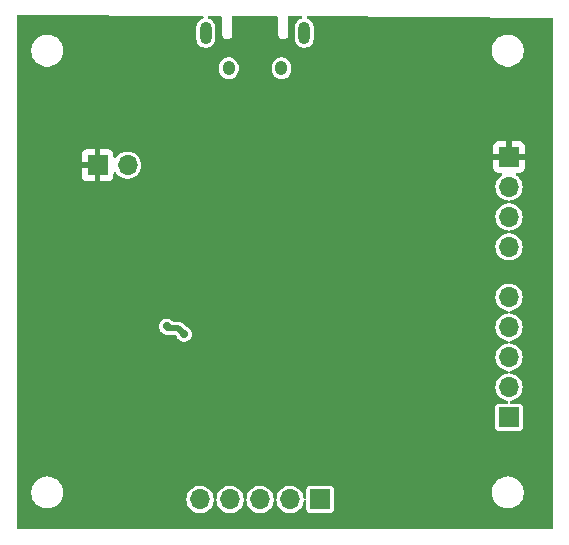
<source format=gbl>
%TF.GenerationSoftware,KiCad,Pcbnew,8.0.9*%
%TF.CreationDate,2025-03-10T14:56:04+11:00*%
%TF.ProjectId,stm32l05_dev_board,73746d33-326c-4303-955f-6465765f626f,rev?*%
%TF.SameCoordinates,Original*%
%TF.FileFunction,Copper,L2,Bot*%
%TF.FilePolarity,Positive*%
%FSLAX46Y46*%
G04 Gerber Fmt 4.6, Leading zero omitted, Abs format (unit mm)*
G04 Created by KiCad (PCBNEW 8.0.9) date 2025-03-10 14:56:04*
%MOMM*%
%LPD*%
G01*
G04 APERTURE LIST*
%TA.AperFunction,ComponentPad*%
%ADD10R,1.700000X1.700000*%
%TD*%
%TA.AperFunction,ComponentPad*%
%ADD11O,1.700000X1.700000*%
%TD*%
%TA.AperFunction,HeatsinkPad*%
%ADD12O,1.000000X1.900000*%
%TD*%
%TA.AperFunction,HeatsinkPad*%
%ADD13O,1.050000X1.250000*%
%TD*%
%TA.AperFunction,ViaPad*%
%ADD14C,0.700000*%
%TD*%
%TA.AperFunction,Conductor*%
%ADD15C,0.500000*%
%TD*%
G04 APERTURE END LIST*
D10*
%TO.P,J4,1,Pin_1*%
%TO.N,GND*%
X125260000Y-85300000D03*
D11*
%TO.P,J4,2,Pin_2*%
%TO.N,+5V*%
X127800000Y-85300000D03*
%TD*%
D10*
%TO.P,J3,1,Pin_1*%
%TO.N,SPI_MOSI*%
X144100000Y-113590000D03*
D11*
%TO.P,J3,2,Pin_2*%
%TO.N,SPI_MISO*%
X141560000Y-113590000D03*
%TO.P,J3,3,Pin_3*%
%TO.N,SPI_SCK*%
X139020000Y-113590000D03*
%TO.P,J3,4,Pin_4*%
%TO.N,PA4*%
X136480000Y-113590000D03*
%TO.P,J3,5,Pin_5*%
%TO.N,PA3*%
X133940000Y-113590000D03*
%TD*%
D12*
%TO.P,J1,6,Shield*%
%TO.N,unconnected-(J1-Shield-Pad6)_1*%
X142775000Y-74090000D03*
D13*
%TO.N,unconnected-(J1-Shield-Pad6)_3*%
X140825000Y-77090000D03*
%TO.N,unconnected-(J1-Shield-Pad6)_4*%
X136375000Y-77090000D03*
D12*
%TO.N,unconnected-(J1-Shield-Pad6)_2*%
X134425000Y-74090000D03*
%TD*%
D10*
%TO.P,J2,1,Pin_1*%
%TO.N,PA8*%
X160100000Y-106630000D03*
D11*
%TO.P,J2,2,Pin_2*%
%TO.N,USART1_TX*%
X160100000Y-104090000D03*
%TO.P,J2,3,Pin_3*%
%TO.N,USART1_RX*%
X160100000Y-101550000D03*
%TO.P,J2,4,Pin_4*%
%TO.N,PA11*%
X160100000Y-99010000D03*
%TO.P,J2,5,Pin_5*%
%TO.N,PA12*%
X160100000Y-96470000D03*
%TD*%
D10*
%TO.P,J6,1,Pin_1*%
%TO.N,GND*%
X160100000Y-84590000D03*
D11*
%TO.P,J6,2,Pin_2*%
%TO.N,SYS_SWDCLK*%
X160100000Y-87130000D03*
%TO.P,J6,3,Pin_3*%
%TO.N,SYS_SWDIO*%
X160100000Y-89670000D03*
%TO.P,J6,4,Pin_4*%
%TO.N,+3.3V*%
X160100000Y-92210000D03*
%TD*%
D14*
%TO.N,GND*%
X130100000Y-104590000D03*
X135600000Y-90590000D03*
X136279355Y-96228998D03*
X125100000Y-87700000D03*
X141100000Y-100590000D03*
X138100000Y-86090000D03*
X142600000Y-87090000D03*
X151100000Y-111090000D03*
X156100000Y-82590000D03*
X124600000Y-98090000D03*
X147600000Y-111090000D03*
X151100000Y-103590000D03*
X144100000Y-78090000D03*
X131600000Y-93090000D03*
X130100000Y-96590000D03*
X143100000Y-79090000D03*
X130100000Y-92590000D03*
X157600000Y-84590000D03*
%TO.N,+3.3V*%
X131100000Y-98940000D03*
X132600000Y-99590000D03*
%TD*%
D15*
%TO.N,+3.3V*%
X132100000Y-99090000D02*
X131100000Y-99090000D01*
X131100000Y-99090000D02*
X131100000Y-98940000D01*
X132600000Y-99590000D02*
X132100000Y-99090000D01*
%TD*%
%TA.AperFunction,Conductor*%
%TO.N,GND*%
G36*
X134128557Y-72638245D02*
G01*
X134195546Y-72658093D01*
X134241172Y-72711008D01*
X134250948Y-72780190D01*
X134221768Y-72843675D01*
X134175706Y-72876806D01*
X134045823Y-72930604D01*
X134045814Y-72930609D01*
X133914711Y-73018210D01*
X133914707Y-73018213D01*
X133803213Y-73129707D01*
X133803210Y-73129711D01*
X133715609Y-73260814D01*
X133715602Y-73260827D01*
X133655264Y-73406498D01*
X133655261Y-73406510D01*
X133624500Y-73561153D01*
X133624500Y-74618846D01*
X133655261Y-74773489D01*
X133655264Y-74773501D01*
X133715602Y-74919172D01*
X133715609Y-74919185D01*
X133803210Y-75050288D01*
X133803213Y-75050292D01*
X133914707Y-75161786D01*
X133914711Y-75161789D01*
X134045814Y-75249390D01*
X134045827Y-75249397D01*
X134191498Y-75309735D01*
X134191503Y-75309737D01*
X134346153Y-75340499D01*
X134346156Y-75340500D01*
X134346158Y-75340500D01*
X134503844Y-75340500D01*
X134503845Y-75340499D01*
X134658497Y-75309737D01*
X134804179Y-75249394D01*
X134935289Y-75161789D01*
X135046789Y-75050289D01*
X135134394Y-74919179D01*
X135194737Y-74773497D01*
X135225500Y-74618842D01*
X135225500Y-73561158D01*
X135225500Y-73561155D01*
X135225499Y-73561153D01*
X135194738Y-73406510D01*
X135194737Y-73406503D01*
X135194735Y-73406498D01*
X135134397Y-73260827D01*
X135134390Y-73260814D01*
X135046789Y-73129711D01*
X135046786Y-73129707D01*
X134935292Y-73018213D01*
X134935288Y-73018210D01*
X134804185Y-72930609D01*
X134804172Y-72930602D01*
X134677799Y-72878258D01*
X134623395Y-72834418D01*
X134601330Y-72768124D01*
X134618609Y-72700424D01*
X134669746Y-72652813D01*
X134725551Y-72639697D01*
X134850000Y-72640000D01*
X135676000Y-72640000D01*
X135743039Y-72659685D01*
X135788794Y-72712489D01*
X135800000Y-72764000D01*
X135800000Y-74215008D01*
X135802615Y-74281894D01*
X135802615Y-74281896D01*
X135843962Y-74409149D01*
X135843962Y-74409150D01*
X135922605Y-74517393D01*
X135922606Y-74517394D01*
X136030851Y-74596038D01*
X136158101Y-74637384D01*
X136291898Y-74637384D01*
X136291899Y-74637384D01*
X136419149Y-74596038D01*
X136527394Y-74517394D01*
X136606038Y-74409149D01*
X136647384Y-74281899D01*
X136650000Y-74215000D01*
X136650000Y-72764000D01*
X136669685Y-72696961D01*
X136722489Y-72651206D01*
X136774000Y-72640000D01*
X140426000Y-72640000D01*
X140493039Y-72659685D01*
X140538794Y-72712489D01*
X140550000Y-72764000D01*
X140550000Y-74215008D01*
X140552615Y-74281894D01*
X140552615Y-74281896D01*
X140593962Y-74409149D01*
X140593962Y-74409150D01*
X140672605Y-74517393D01*
X140672606Y-74517394D01*
X140780851Y-74596038D01*
X140908101Y-74637384D01*
X141041898Y-74637384D01*
X141041899Y-74637384D01*
X141169149Y-74596038D01*
X141277394Y-74517394D01*
X141356038Y-74409149D01*
X141397384Y-74281899D01*
X141400000Y-74215000D01*
X141400000Y-72764000D01*
X141419685Y-72696961D01*
X141472489Y-72651206D01*
X141524000Y-72640000D01*
X142349477Y-72640000D01*
X142350401Y-72640003D01*
X142352447Y-72640018D01*
X142472738Y-72640915D01*
X142539628Y-72661099D01*
X142584988Y-72714243D01*
X142594416Y-72783474D01*
X142564918Y-72846811D01*
X142519266Y-72879473D01*
X142395824Y-72930604D01*
X142395814Y-72930609D01*
X142264711Y-73018210D01*
X142264707Y-73018213D01*
X142153213Y-73129707D01*
X142153210Y-73129711D01*
X142065609Y-73260814D01*
X142065602Y-73260827D01*
X142005264Y-73406498D01*
X142005261Y-73406510D01*
X141974500Y-73561153D01*
X141974500Y-74618846D01*
X142005261Y-74773489D01*
X142005264Y-74773501D01*
X142065602Y-74919172D01*
X142065609Y-74919185D01*
X142153210Y-75050288D01*
X142153213Y-75050292D01*
X142264707Y-75161786D01*
X142264711Y-75161789D01*
X142395814Y-75249390D01*
X142395827Y-75249397D01*
X142541498Y-75309735D01*
X142541503Y-75309737D01*
X142696153Y-75340499D01*
X142696156Y-75340500D01*
X142696158Y-75340500D01*
X142853844Y-75340500D01*
X142853845Y-75340499D01*
X143008497Y-75309737D01*
X143154179Y-75249394D01*
X143285289Y-75161789D01*
X143396789Y-75050289D01*
X143484394Y-74919179D01*
X143544737Y-74773497D01*
X143575500Y-74618842D01*
X143575500Y-73561158D01*
X143575500Y-73561155D01*
X143575499Y-73561153D01*
X143544738Y-73406510D01*
X143544737Y-73406503D01*
X143544735Y-73406498D01*
X143484397Y-73260827D01*
X143484390Y-73260814D01*
X143396789Y-73129711D01*
X143396786Y-73129707D01*
X143285292Y-73018213D01*
X143285288Y-73018210D01*
X143154185Y-72930609D01*
X143154176Y-72930604D01*
X143041853Y-72884079D01*
X142987450Y-72840238D01*
X142965385Y-72773944D01*
X142982664Y-72706245D01*
X143033801Y-72658634D01*
X143090228Y-72645521D01*
X163676928Y-72799081D01*
X163743816Y-72819266D01*
X163789175Y-72872409D01*
X163800000Y-72923078D01*
X163800000Y-115976000D01*
X163780315Y-116043039D01*
X163727511Y-116088794D01*
X163676000Y-116100000D01*
X118524000Y-116100000D01*
X118456961Y-116080315D01*
X118411206Y-116027511D01*
X118400000Y-115976000D01*
X118400000Y-112893713D01*
X119649500Y-112893713D01*
X119649500Y-113106287D01*
X119682754Y-113316243D01*
X119744513Y-113506318D01*
X119748444Y-113518414D01*
X119844951Y-113707820D01*
X119969890Y-113879786D01*
X120120213Y-114030109D01*
X120292179Y-114155048D01*
X120292181Y-114155049D01*
X120292184Y-114155051D01*
X120481588Y-114251557D01*
X120683757Y-114317246D01*
X120893713Y-114350500D01*
X120893714Y-114350500D01*
X121106286Y-114350500D01*
X121106287Y-114350500D01*
X121316243Y-114317246D01*
X121518412Y-114251557D01*
X121707816Y-114155051D01*
X121729789Y-114139086D01*
X121879786Y-114030109D01*
X121879788Y-114030106D01*
X121879792Y-114030104D01*
X122030104Y-113879792D01*
X122030106Y-113879788D01*
X122030109Y-113879786D01*
X122155048Y-113707820D01*
X122155047Y-113707820D01*
X122155051Y-113707816D01*
X122215082Y-113589999D01*
X132784571Y-113589999D01*
X132784571Y-113590000D01*
X132804244Y-113802310D01*
X132862596Y-114007392D01*
X132862596Y-114007394D01*
X132957632Y-114198253D01*
X133072605Y-114350500D01*
X133086128Y-114368407D01*
X133243698Y-114512052D01*
X133424981Y-114624298D01*
X133623802Y-114701321D01*
X133833390Y-114740500D01*
X133833392Y-114740500D01*
X134046608Y-114740500D01*
X134046610Y-114740500D01*
X134256198Y-114701321D01*
X134455019Y-114624298D01*
X134636302Y-114512052D01*
X134793872Y-114368407D01*
X134922366Y-114198255D01*
X135006092Y-114030109D01*
X135017403Y-114007394D01*
X135017403Y-114007393D01*
X135017405Y-114007389D01*
X135075756Y-113802310D01*
X135086529Y-113686047D01*
X135112315Y-113621111D01*
X135154622Y-113590804D01*
X135263130Y-113590804D01*
X135299503Y-113611668D01*
X135331693Y-113673681D01*
X135333471Y-113686048D01*
X135344244Y-113802310D01*
X135402596Y-114007392D01*
X135402596Y-114007394D01*
X135497632Y-114198253D01*
X135612605Y-114350500D01*
X135626128Y-114368407D01*
X135783698Y-114512052D01*
X135964981Y-114624298D01*
X136163802Y-114701321D01*
X136373390Y-114740500D01*
X136373392Y-114740500D01*
X136586608Y-114740500D01*
X136586610Y-114740500D01*
X136796198Y-114701321D01*
X136995019Y-114624298D01*
X137176302Y-114512052D01*
X137333872Y-114368407D01*
X137462366Y-114198255D01*
X137546092Y-114030109D01*
X137557403Y-114007394D01*
X137557403Y-114007393D01*
X137557405Y-114007389D01*
X137615756Y-113802310D01*
X137626529Y-113686047D01*
X137652315Y-113621111D01*
X137694622Y-113590804D01*
X137803130Y-113590804D01*
X137839503Y-113611668D01*
X137871693Y-113673681D01*
X137873471Y-113686048D01*
X137884244Y-113802310D01*
X137942596Y-114007392D01*
X137942596Y-114007394D01*
X138037632Y-114198253D01*
X138152605Y-114350500D01*
X138166128Y-114368407D01*
X138323698Y-114512052D01*
X138504981Y-114624298D01*
X138703802Y-114701321D01*
X138913390Y-114740500D01*
X138913392Y-114740500D01*
X139126608Y-114740500D01*
X139126610Y-114740500D01*
X139336198Y-114701321D01*
X139535019Y-114624298D01*
X139716302Y-114512052D01*
X139873872Y-114368407D01*
X140002366Y-114198255D01*
X140086092Y-114030109D01*
X140097403Y-114007394D01*
X140097403Y-114007393D01*
X140097405Y-114007389D01*
X140155756Y-113802310D01*
X140166529Y-113686047D01*
X140192315Y-113621111D01*
X140234622Y-113590804D01*
X140343130Y-113590804D01*
X140379503Y-113611668D01*
X140411693Y-113673681D01*
X140413471Y-113686048D01*
X140424244Y-113802310D01*
X140482596Y-114007392D01*
X140482596Y-114007394D01*
X140577632Y-114198253D01*
X140692605Y-114350500D01*
X140706128Y-114368407D01*
X140863698Y-114512052D01*
X141044981Y-114624298D01*
X141243802Y-114701321D01*
X141453390Y-114740500D01*
X141453392Y-114740500D01*
X141666608Y-114740500D01*
X141666610Y-114740500D01*
X141876198Y-114701321D01*
X142075019Y-114624298D01*
X142256302Y-114512052D01*
X142413872Y-114368407D01*
X142542366Y-114198255D01*
X142626092Y-114030109D01*
X142637403Y-114007394D01*
X142637403Y-114007393D01*
X142637405Y-114007389D01*
X142695756Y-113802310D01*
X142702029Y-113734605D01*
X142727814Y-113669669D01*
X142784614Y-113628981D01*
X142854395Y-113625461D01*
X142915002Y-113660225D01*
X142947193Y-113722238D01*
X142949500Y-113746047D01*
X142949500Y-114484856D01*
X142949502Y-114484882D01*
X142952413Y-114509987D01*
X142952415Y-114509991D01*
X142997793Y-114612764D01*
X142997794Y-114612765D01*
X143077235Y-114692206D01*
X143180009Y-114737585D01*
X143205135Y-114740500D01*
X144994864Y-114740499D01*
X144994879Y-114740497D01*
X144994882Y-114740497D01*
X145019987Y-114737586D01*
X145019988Y-114737585D01*
X145019991Y-114737585D01*
X145122765Y-114692206D01*
X145202206Y-114612765D01*
X145247585Y-114509991D01*
X145250500Y-114484865D01*
X145250499Y-112893713D01*
X158649500Y-112893713D01*
X158649500Y-113106287D01*
X158682754Y-113316243D01*
X158744513Y-113506318D01*
X158748444Y-113518414D01*
X158844951Y-113707820D01*
X158969890Y-113879786D01*
X159120213Y-114030109D01*
X159292179Y-114155048D01*
X159292181Y-114155049D01*
X159292184Y-114155051D01*
X159481588Y-114251557D01*
X159683757Y-114317246D01*
X159893713Y-114350500D01*
X159893714Y-114350500D01*
X160106286Y-114350500D01*
X160106287Y-114350500D01*
X160316243Y-114317246D01*
X160518412Y-114251557D01*
X160707816Y-114155051D01*
X160729789Y-114139086D01*
X160879786Y-114030109D01*
X160879788Y-114030106D01*
X160879792Y-114030104D01*
X161030104Y-113879792D01*
X161030106Y-113879788D01*
X161030109Y-113879786D01*
X161155048Y-113707820D01*
X161155047Y-113707820D01*
X161155051Y-113707816D01*
X161251557Y-113518412D01*
X161317246Y-113316243D01*
X161350500Y-113106287D01*
X161350500Y-112893713D01*
X161317246Y-112683757D01*
X161251557Y-112481588D01*
X161155051Y-112292184D01*
X161155049Y-112292181D01*
X161155048Y-112292179D01*
X161030109Y-112120213D01*
X160879786Y-111969890D01*
X160707820Y-111844951D01*
X160518414Y-111748444D01*
X160518413Y-111748443D01*
X160518412Y-111748443D01*
X160316243Y-111682754D01*
X160316241Y-111682753D01*
X160316240Y-111682753D01*
X160154957Y-111657208D01*
X160106287Y-111649500D01*
X159893713Y-111649500D01*
X159845042Y-111657208D01*
X159683760Y-111682753D01*
X159481585Y-111748444D01*
X159292179Y-111844951D01*
X159120213Y-111969890D01*
X158969890Y-112120213D01*
X158844951Y-112292179D01*
X158748444Y-112481585D01*
X158682753Y-112683760D01*
X158649500Y-112893713D01*
X145250499Y-112893713D01*
X145250499Y-112695136D01*
X145249180Y-112683760D01*
X145247586Y-112670012D01*
X145247585Y-112670010D01*
X145247585Y-112670009D01*
X145202206Y-112567235D01*
X145122765Y-112487794D01*
X145102124Y-112478680D01*
X145019992Y-112442415D01*
X144994865Y-112439500D01*
X143205143Y-112439500D01*
X143205117Y-112439502D01*
X143180012Y-112442413D01*
X143180008Y-112442415D01*
X143077235Y-112487793D01*
X142997794Y-112567234D01*
X142952415Y-112670006D01*
X142952415Y-112670008D01*
X142949500Y-112695131D01*
X142949500Y-113433951D01*
X142929815Y-113500990D01*
X142877011Y-113546745D01*
X142807853Y-113556689D01*
X142744297Y-113527664D01*
X142706523Y-113468886D01*
X142702029Y-113445391D01*
X142695756Y-113377689D01*
X142681273Y-113326789D01*
X142637405Y-113172611D01*
X142637403Y-113172606D01*
X142637403Y-113172605D01*
X142542367Y-112981746D01*
X142413872Y-112811593D01*
X142286133Y-112695143D01*
X142256302Y-112667948D01*
X142075019Y-112555702D01*
X142075017Y-112555701D01*
X141975608Y-112517190D01*
X141876198Y-112478679D01*
X141666610Y-112439500D01*
X141453390Y-112439500D01*
X141243802Y-112478679D01*
X141243799Y-112478679D01*
X141243799Y-112478680D01*
X141044982Y-112555701D01*
X141044980Y-112555702D01*
X140863699Y-112667947D01*
X140706127Y-112811593D01*
X140577632Y-112981746D01*
X140482596Y-113172605D01*
X140482596Y-113172607D01*
X140424244Y-113377689D01*
X140413471Y-113493951D01*
X140387685Y-113558888D01*
X140343130Y-113590804D01*
X140234622Y-113590804D01*
X140236869Y-113589194D01*
X140200497Y-113568331D01*
X140168307Y-113506318D01*
X140166529Y-113493951D01*
X140160969Y-113433951D01*
X140155756Y-113377690D01*
X140097405Y-113172611D01*
X140097403Y-113172606D01*
X140097403Y-113172605D01*
X140002367Y-112981746D01*
X139873872Y-112811593D01*
X139746133Y-112695143D01*
X139716302Y-112667948D01*
X139535019Y-112555702D01*
X139535017Y-112555701D01*
X139435608Y-112517190D01*
X139336198Y-112478679D01*
X139126610Y-112439500D01*
X138913390Y-112439500D01*
X138703802Y-112478679D01*
X138703799Y-112478679D01*
X138703799Y-112478680D01*
X138504982Y-112555701D01*
X138504980Y-112555702D01*
X138323699Y-112667947D01*
X138166127Y-112811593D01*
X138037632Y-112981746D01*
X137942596Y-113172605D01*
X137942596Y-113172607D01*
X137884244Y-113377689D01*
X137873471Y-113493951D01*
X137847685Y-113558888D01*
X137803130Y-113590804D01*
X137694622Y-113590804D01*
X137696869Y-113589194D01*
X137660497Y-113568331D01*
X137628307Y-113506318D01*
X137626529Y-113493951D01*
X137620969Y-113433951D01*
X137615756Y-113377690D01*
X137557405Y-113172611D01*
X137557403Y-113172606D01*
X137557403Y-113172605D01*
X137462367Y-112981746D01*
X137333872Y-112811593D01*
X137206133Y-112695143D01*
X137176302Y-112667948D01*
X136995019Y-112555702D01*
X136995017Y-112555701D01*
X136895608Y-112517190D01*
X136796198Y-112478679D01*
X136586610Y-112439500D01*
X136373390Y-112439500D01*
X136163802Y-112478679D01*
X136163799Y-112478679D01*
X136163799Y-112478680D01*
X135964982Y-112555701D01*
X135964980Y-112555702D01*
X135783699Y-112667947D01*
X135626127Y-112811593D01*
X135497632Y-112981746D01*
X135402596Y-113172605D01*
X135402596Y-113172607D01*
X135344244Y-113377689D01*
X135333471Y-113493951D01*
X135307685Y-113558888D01*
X135263130Y-113590804D01*
X135154622Y-113590804D01*
X135156869Y-113589194D01*
X135120497Y-113568331D01*
X135088307Y-113506318D01*
X135086529Y-113493951D01*
X135080969Y-113433951D01*
X135075756Y-113377690D01*
X135017405Y-113172611D01*
X135017403Y-113172606D01*
X135017403Y-113172605D01*
X134922367Y-112981746D01*
X134793872Y-112811593D01*
X134666133Y-112695143D01*
X134636302Y-112667948D01*
X134455019Y-112555702D01*
X134455017Y-112555701D01*
X134355608Y-112517190D01*
X134256198Y-112478679D01*
X134046610Y-112439500D01*
X133833390Y-112439500D01*
X133623802Y-112478679D01*
X133623799Y-112478679D01*
X133623799Y-112478680D01*
X133424982Y-112555701D01*
X133424980Y-112555702D01*
X133243699Y-112667947D01*
X133086127Y-112811593D01*
X132957632Y-112981746D01*
X132862596Y-113172605D01*
X132862596Y-113172607D01*
X132804244Y-113377689D01*
X132784571Y-113589999D01*
X122215082Y-113589999D01*
X122251557Y-113518412D01*
X122317246Y-113316243D01*
X122350500Y-113106287D01*
X122350500Y-112893713D01*
X122317246Y-112683757D01*
X122251557Y-112481588D01*
X122155051Y-112292184D01*
X122155049Y-112292181D01*
X122155048Y-112292179D01*
X122030109Y-112120213D01*
X121879786Y-111969890D01*
X121707820Y-111844951D01*
X121518414Y-111748444D01*
X121518413Y-111748443D01*
X121518412Y-111748443D01*
X121316243Y-111682754D01*
X121316241Y-111682753D01*
X121316240Y-111682753D01*
X121154957Y-111657208D01*
X121106287Y-111649500D01*
X120893713Y-111649500D01*
X120845042Y-111657208D01*
X120683760Y-111682753D01*
X120481585Y-111748444D01*
X120292179Y-111844951D01*
X120120213Y-111969890D01*
X119969890Y-112120213D01*
X119844951Y-112292179D01*
X119748444Y-112481585D01*
X119682753Y-112683760D01*
X119649500Y-112893713D01*
X118400000Y-112893713D01*
X118400000Y-98939999D01*
X130444722Y-98939999D01*
X130444722Y-98940000D01*
X130463762Y-99096818D01*
X130511356Y-99222310D01*
X130519780Y-99244523D01*
X130564648Y-99309526D01*
X130609516Y-99374529D01*
X130633520Y-99395795D01*
X130658678Y-99426607D01*
X130659129Y-99427389D01*
X130659491Y-99428015D01*
X130761985Y-99530509D01*
X130761987Y-99530510D01*
X130761988Y-99530511D01*
X130887511Y-99602982D01*
X130887512Y-99602982D01*
X130887515Y-99602984D01*
X131027525Y-99640500D01*
X131172475Y-99640500D01*
X131820613Y-99640500D01*
X131887652Y-99660185D01*
X131908294Y-99676819D01*
X131936063Y-99704588D01*
X131964324Y-99748298D01*
X132019780Y-99894523D01*
X132109517Y-100024530D01*
X132227760Y-100129283D01*
X132227762Y-100129284D01*
X132367634Y-100202696D01*
X132521014Y-100240500D01*
X132521015Y-100240500D01*
X132678985Y-100240500D01*
X132832365Y-100202696D01*
X132869968Y-100182960D01*
X132972240Y-100129283D01*
X133090483Y-100024530D01*
X133180220Y-99894523D01*
X133236237Y-99746818D01*
X133255278Y-99590000D01*
X133236237Y-99433182D01*
X133234277Y-99428015D01*
X133213993Y-99374529D01*
X133180220Y-99285477D01*
X133090483Y-99155470D01*
X132972240Y-99050717D01*
X132972238Y-99050716D01*
X132972237Y-99050715D01*
X132832367Y-98977304D01*
X132777626Y-98963812D01*
X132719621Y-98931096D01*
X132438016Y-98649491D01*
X132438015Y-98649490D01*
X132312485Y-98577016D01*
X132312486Y-98577016D01*
X132277482Y-98567637D01*
X132172475Y-98539500D01*
X132172472Y-98539500D01*
X131675922Y-98539500D01*
X131608883Y-98519815D01*
X131593695Y-98508316D01*
X131590483Y-98505471D01*
X131590483Y-98505470D01*
X131472240Y-98400717D01*
X131472238Y-98400716D01*
X131472237Y-98400715D01*
X131332365Y-98327303D01*
X131178986Y-98289500D01*
X131178985Y-98289500D01*
X131021015Y-98289500D01*
X131021014Y-98289500D01*
X130867634Y-98327303D01*
X130727762Y-98400715D01*
X130609516Y-98505471D01*
X130519781Y-98635475D01*
X130519780Y-98635476D01*
X130463762Y-98783181D01*
X130444722Y-98939999D01*
X118400000Y-98939999D01*
X118400000Y-96469999D01*
X158944571Y-96469999D01*
X158944571Y-96470000D01*
X158964244Y-96682310D01*
X159022596Y-96887392D01*
X159022596Y-96887394D01*
X159117632Y-97078253D01*
X159117634Y-97078255D01*
X159246128Y-97248407D01*
X159403698Y-97392052D01*
X159584981Y-97504298D01*
X159783802Y-97581321D01*
X159980613Y-97618111D01*
X160042893Y-97649779D01*
X160078166Y-97710092D01*
X160075232Y-97779900D01*
X160035023Y-97837040D01*
X159980613Y-97861888D01*
X159783802Y-97898679D01*
X159783799Y-97898679D01*
X159783799Y-97898680D01*
X159584982Y-97975701D01*
X159584980Y-97975702D01*
X159403699Y-98087947D01*
X159246127Y-98231593D01*
X159117632Y-98401746D01*
X159022596Y-98592605D01*
X159022596Y-98592607D01*
X159006412Y-98649489D01*
X158964244Y-98797690D01*
X158944571Y-99010000D01*
X158964244Y-99222310D01*
X159022372Y-99426607D01*
X159022596Y-99427392D01*
X159022596Y-99427394D01*
X159117632Y-99618253D01*
X159182830Y-99704588D01*
X159246128Y-99788407D01*
X159403698Y-99932052D01*
X159584981Y-100044298D01*
X159783802Y-100121321D01*
X159980613Y-100158111D01*
X160042893Y-100189779D01*
X160078166Y-100250092D01*
X160075232Y-100319900D01*
X160035023Y-100377040D01*
X159980613Y-100401888D01*
X159783802Y-100438679D01*
X159783799Y-100438679D01*
X159783799Y-100438680D01*
X159584982Y-100515701D01*
X159584980Y-100515702D01*
X159403699Y-100627947D01*
X159246127Y-100771593D01*
X159117632Y-100941746D01*
X159022596Y-101132605D01*
X159022596Y-101132607D01*
X158964244Y-101337689D01*
X158944571Y-101549999D01*
X158944571Y-101550000D01*
X158964244Y-101762310D01*
X159022596Y-101967392D01*
X159022596Y-101967394D01*
X159117632Y-102158253D01*
X159117634Y-102158255D01*
X159246128Y-102328407D01*
X159403698Y-102472052D01*
X159584981Y-102584298D01*
X159783802Y-102661321D01*
X159980613Y-102698111D01*
X160042893Y-102729779D01*
X160078166Y-102790092D01*
X160075232Y-102859900D01*
X160035023Y-102917040D01*
X159980613Y-102941888D01*
X159783802Y-102978679D01*
X159783799Y-102978679D01*
X159783799Y-102978680D01*
X159584982Y-103055701D01*
X159584980Y-103055702D01*
X159403699Y-103167947D01*
X159246127Y-103311593D01*
X159117632Y-103481746D01*
X159022596Y-103672605D01*
X159022596Y-103672607D01*
X158964244Y-103877689D01*
X158944571Y-104089999D01*
X158944571Y-104090000D01*
X158964244Y-104302310D01*
X159022596Y-104507392D01*
X159022596Y-104507394D01*
X159117632Y-104698253D01*
X159117634Y-104698255D01*
X159246128Y-104868407D01*
X159403698Y-105012052D01*
X159584981Y-105124298D01*
X159783802Y-105201321D01*
X159956544Y-105233612D01*
X160018823Y-105265279D01*
X160054096Y-105325591D01*
X160051162Y-105395400D01*
X160010953Y-105452540D01*
X159946235Y-105478871D01*
X159933757Y-105479500D01*
X159205143Y-105479500D01*
X159205117Y-105479502D01*
X159180012Y-105482413D01*
X159180008Y-105482415D01*
X159077235Y-105527793D01*
X158997794Y-105607234D01*
X158952415Y-105710006D01*
X158952415Y-105710008D01*
X158949500Y-105735131D01*
X158949500Y-107524856D01*
X158949502Y-107524882D01*
X158952413Y-107549987D01*
X158952415Y-107549991D01*
X158997793Y-107652764D01*
X158997794Y-107652765D01*
X159077235Y-107732206D01*
X159180009Y-107777585D01*
X159205135Y-107780500D01*
X160994864Y-107780499D01*
X160994879Y-107780497D01*
X160994882Y-107780497D01*
X161019987Y-107777586D01*
X161019988Y-107777585D01*
X161019991Y-107777585D01*
X161122765Y-107732206D01*
X161202206Y-107652765D01*
X161247585Y-107549991D01*
X161250500Y-107524865D01*
X161250499Y-105735136D01*
X161250497Y-105735117D01*
X161247586Y-105710012D01*
X161247585Y-105710010D01*
X161247585Y-105710009D01*
X161202206Y-105607235D01*
X161122765Y-105527794D01*
X161122763Y-105527793D01*
X161019992Y-105482415D01*
X160994868Y-105479500D01*
X160266243Y-105479500D01*
X160199204Y-105459815D01*
X160153449Y-105407011D01*
X160143505Y-105337853D01*
X160172530Y-105274297D01*
X160231308Y-105236523D01*
X160243441Y-105233614D01*
X160416198Y-105201321D01*
X160615019Y-105124298D01*
X160796302Y-105012052D01*
X160953872Y-104868407D01*
X161082366Y-104698255D01*
X161177405Y-104507389D01*
X161235756Y-104302310D01*
X161255429Y-104090000D01*
X161235756Y-103877690D01*
X161177405Y-103672611D01*
X161177403Y-103672606D01*
X161177403Y-103672605D01*
X161082367Y-103481746D01*
X160953872Y-103311593D01*
X160796302Y-103167948D01*
X160615019Y-103055702D01*
X160615017Y-103055701D01*
X160515608Y-103017190D01*
X160416198Y-102978679D01*
X160219385Y-102941888D01*
X160157106Y-102910221D01*
X160121833Y-102849908D01*
X160124767Y-102780100D01*
X160164976Y-102722960D01*
X160219384Y-102698111D01*
X160416198Y-102661321D01*
X160615019Y-102584298D01*
X160796302Y-102472052D01*
X160953872Y-102328407D01*
X161082366Y-102158255D01*
X161177405Y-101967389D01*
X161235756Y-101762310D01*
X161255429Y-101550000D01*
X161235756Y-101337690D01*
X161177405Y-101132611D01*
X161177403Y-101132606D01*
X161177403Y-101132605D01*
X161082367Y-100941746D01*
X160953872Y-100771593D01*
X160796302Y-100627948D01*
X160615019Y-100515702D01*
X160615017Y-100515701D01*
X160515608Y-100477190D01*
X160416198Y-100438679D01*
X160219385Y-100401888D01*
X160157106Y-100370221D01*
X160121833Y-100309908D01*
X160124767Y-100240100D01*
X160164976Y-100182960D01*
X160219384Y-100158111D01*
X160416198Y-100121321D01*
X160615019Y-100044298D01*
X160796302Y-99932052D01*
X160953872Y-99788407D01*
X161082366Y-99618255D01*
X161126058Y-99530509D01*
X161177403Y-99427394D01*
X161177403Y-99427393D01*
X161177405Y-99427389D01*
X161235756Y-99222310D01*
X161255429Y-99010000D01*
X161235756Y-98797690D01*
X161177405Y-98592611D01*
X161177403Y-98592606D01*
X161177403Y-98592605D01*
X161082367Y-98401746D01*
X160953872Y-98231593D01*
X160796302Y-98087948D01*
X160615019Y-97975702D01*
X160615017Y-97975701D01*
X160515608Y-97937190D01*
X160416198Y-97898679D01*
X160219385Y-97861888D01*
X160157106Y-97830221D01*
X160121833Y-97769908D01*
X160124767Y-97700100D01*
X160164976Y-97642960D01*
X160219384Y-97618111D01*
X160416198Y-97581321D01*
X160615019Y-97504298D01*
X160796302Y-97392052D01*
X160953872Y-97248407D01*
X161082366Y-97078255D01*
X161177405Y-96887389D01*
X161235756Y-96682310D01*
X161255429Y-96470000D01*
X161235756Y-96257690D01*
X161177405Y-96052611D01*
X161177403Y-96052606D01*
X161177403Y-96052605D01*
X161082367Y-95861746D01*
X160953872Y-95691593D01*
X160796302Y-95547948D01*
X160615019Y-95435702D01*
X160615017Y-95435701D01*
X160515608Y-95397190D01*
X160416198Y-95358679D01*
X160206610Y-95319500D01*
X159993390Y-95319500D01*
X159783802Y-95358679D01*
X159783799Y-95358679D01*
X159783799Y-95358680D01*
X159584982Y-95435701D01*
X159584980Y-95435702D01*
X159403699Y-95547947D01*
X159246127Y-95691593D01*
X159117632Y-95861746D01*
X159022596Y-96052605D01*
X159022596Y-96052607D01*
X158964244Y-96257689D01*
X158944571Y-96469999D01*
X118400000Y-96469999D01*
X118400000Y-84402155D01*
X123910000Y-84402155D01*
X123910000Y-85050000D01*
X124826988Y-85050000D01*
X124794075Y-85107007D01*
X124760000Y-85234174D01*
X124760000Y-85365826D01*
X124794075Y-85492993D01*
X124826988Y-85550000D01*
X123910000Y-85550000D01*
X123910000Y-86197844D01*
X123916401Y-86257372D01*
X123916403Y-86257379D01*
X123966645Y-86392086D01*
X123966649Y-86392093D01*
X124052809Y-86507187D01*
X124052812Y-86507190D01*
X124167906Y-86593350D01*
X124167913Y-86593354D01*
X124302620Y-86643596D01*
X124302627Y-86643598D01*
X124362155Y-86649999D01*
X124362172Y-86650000D01*
X125010000Y-86650000D01*
X125010000Y-85733012D01*
X125067007Y-85765925D01*
X125194174Y-85800000D01*
X125325826Y-85800000D01*
X125452993Y-85765925D01*
X125510000Y-85733012D01*
X125510000Y-86650000D01*
X126157828Y-86650000D01*
X126157844Y-86649999D01*
X126217372Y-86643598D01*
X126217379Y-86643596D01*
X126352086Y-86593354D01*
X126352093Y-86593350D01*
X126467187Y-86507190D01*
X126467190Y-86507187D01*
X126553350Y-86392093D01*
X126553354Y-86392086D01*
X126603596Y-86257379D01*
X126603598Y-86257372D01*
X126609999Y-86197844D01*
X126610000Y-86197827D01*
X126610000Y-86003268D01*
X126629685Y-85936229D01*
X126682489Y-85890474D01*
X126751647Y-85880530D01*
X126815203Y-85909555D01*
X126832950Y-85928537D01*
X126946128Y-86078407D01*
X127103698Y-86222052D01*
X127284981Y-86334298D01*
X127483802Y-86411321D01*
X127693390Y-86450500D01*
X127693392Y-86450500D01*
X127906608Y-86450500D01*
X127906610Y-86450500D01*
X128116198Y-86411321D01*
X128315019Y-86334298D01*
X128496302Y-86222052D01*
X128653872Y-86078407D01*
X128782366Y-85908255D01*
X128836270Y-85800000D01*
X128877403Y-85717394D01*
X128877403Y-85717393D01*
X128877405Y-85717389D01*
X128935756Y-85512310D01*
X128955429Y-85300000D01*
X128935756Y-85087690D01*
X128877405Y-84882611D01*
X128877403Y-84882606D01*
X128877403Y-84882605D01*
X128782367Y-84691746D01*
X128653872Y-84521593D01*
X128522874Y-84402172D01*
X128496302Y-84377948D01*
X128315019Y-84265702D01*
X128315017Y-84265701D01*
X128119352Y-84189901D01*
X128116198Y-84188679D01*
X127906610Y-84149500D01*
X127693390Y-84149500D01*
X127483802Y-84188679D01*
X127483799Y-84188679D01*
X127483799Y-84188680D01*
X127284982Y-84265701D01*
X127284980Y-84265702D01*
X127103699Y-84377947D01*
X126946127Y-84521593D01*
X126832954Y-84671458D01*
X126776845Y-84713094D01*
X126707133Y-84717785D01*
X126645951Y-84684043D01*
X126612724Y-84622579D01*
X126610000Y-84596731D01*
X126610000Y-84402172D01*
X126609999Y-84402155D01*
X126603598Y-84342627D01*
X126603596Y-84342620D01*
X126553354Y-84207913D01*
X126553350Y-84207906D01*
X126467190Y-84092812D01*
X126467187Y-84092809D01*
X126352093Y-84006649D01*
X126352086Y-84006645D01*
X126217379Y-83956403D01*
X126217372Y-83956401D01*
X126157844Y-83950000D01*
X125510000Y-83950000D01*
X125510000Y-84866988D01*
X125452993Y-84834075D01*
X125325826Y-84800000D01*
X125194174Y-84800000D01*
X125067007Y-84834075D01*
X125010000Y-84866988D01*
X125010000Y-83950000D01*
X124362155Y-83950000D01*
X124302627Y-83956401D01*
X124302620Y-83956403D01*
X124167913Y-84006645D01*
X124167906Y-84006649D01*
X124052812Y-84092809D01*
X124052809Y-84092812D01*
X123966649Y-84207906D01*
X123966645Y-84207913D01*
X123916403Y-84342620D01*
X123916401Y-84342627D01*
X123910000Y-84402155D01*
X118400000Y-84402155D01*
X118400000Y-83692155D01*
X158750000Y-83692155D01*
X158750000Y-84340000D01*
X159666988Y-84340000D01*
X159634075Y-84397007D01*
X159600000Y-84524174D01*
X159600000Y-84655826D01*
X159634075Y-84782993D01*
X159666988Y-84840000D01*
X158750000Y-84840000D01*
X158750000Y-85487844D01*
X158756401Y-85547372D01*
X158756403Y-85547379D01*
X158806645Y-85682086D01*
X158806649Y-85682093D01*
X158892809Y-85797187D01*
X158892812Y-85797190D01*
X159007906Y-85883350D01*
X159007913Y-85883354D01*
X159142620Y-85933596D01*
X159142627Y-85933598D01*
X159202155Y-85939999D01*
X159202172Y-85940000D01*
X159400634Y-85940000D01*
X159467673Y-85959685D01*
X159513428Y-86012489D01*
X159523372Y-86081647D01*
X159494347Y-86145203D01*
X159465911Y-86169427D01*
X159403701Y-86207945D01*
X159246127Y-86351593D01*
X159117632Y-86521746D01*
X159022596Y-86712605D01*
X159022596Y-86712607D01*
X158964244Y-86917689D01*
X158944571Y-87129999D01*
X158944571Y-87130000D01*
X158964244Y-87342310D01*
X159022596Y-87547392D01*
X159022596Y-87547394D01*
X159117632Y-87738253D01*
X159117634Y-87738255D01*
X159246128Y-87908407D01*
X159403698Y-88052052D01*
X159584981Y-88164298D01*
X159783802Y-88241321D01*
X159980613Y-88278111D01*
X160042893Y-88309779D01*
X160078166Y-88370092D01*
X160075232Y-88439900D01*
X160035023Y-88497040D01*
X159980613Y-88521888D01*
X159783802Y-88558679D01*
X159783799Y-88558679D01*
X159783799Y-88558680D01*
X159584982Y-88635701D01*
X159584980Y-88635702D01*
X159403699Y-88747947D01*
X159246127Y-88891593D01*
X159117632Y-89061746D01*
X159022596Y-89252605D01*
X159022596Y-89252607D01*
X158964244Y-89457689D01*
X158944571Y-89669999D01*
X158944571Y-89670000D01*
X158964244Y-89882310D01*
X159022596Y-90087392D01*
X159022596Y-90087394D01*
X159117632Y-90278253D01*
X159117634Y-90278255D01*
X159246128Y-90448407D01*
X159403698Y-90592052D01*
X159584981Y-90704298D01*
X159783802Y-90781321D01*
X159980613Y-90818111D01*
X160042893Y-90849779D01*
X160078166Y-90910092D01*
X160075232Y-90979900D01*
X160035023Y-91037040D01*
X159980613Y-91061888D01*
X159783802Y-91098679D01*
X159783799Y-91098679D01*
X159783799Y-91098680D01*
X159584982Y-91175701D01*
X159584980Y-91175702D01*
X159403699Y-91287947D01*
X159246127Y-91431593D01*
X159117632Y-91601746D01*
X159022596Y-91792605D01*
X159022596Y-91792607D01*
X158964244Y-91997689D01*
X158944571Y-92209999D01*
X158944571Y-92210000D01*
X158964244Y-92422310D01*
X159022596Y-92627392D01*
X159022596Y-92627394D01*
X159117632Y-92818253D01*
X159117634Y-92818255D01*
X159246128Y-92988407D01*
X159403698Y-93132052D01*
X159584981Y-93244298D01*
X159783802Y-93321321D01*
X159993390Y-93360500D01*
X159993392Y-93360500D01*
X160206608Y-93360500D01*
X160206610Y-93360500D01*
X160416198Y-93321321D01*
X160615019Y-93244298D01*
X160796302Y-93132052D01*
X160953872Y-92988407D01*
X161082366Y-92818255D01*
X161177405Y-92627389D01*
X161235756Y-92422310D01*
X161255429Y-92210000D01*
X161235756Y-91997690D01*
X161177405Y-91792611D01*
X161177403Y-91792606D01*
X161177403Y-91792605D01*
X161082367Y-91601746D01*
X160953872Y-91431593D01*
X160796302Y-91287948D01*
X160615019Y-91175702D01*
X160615017Y-91175701D01*
X160515608Y-91137190D01*
X160416198Y-91098679D01*
X160219385Y-91061888D01*
X160157106Y-91030221D01*
X160121833Y-90969908D01*
X160124767Y-90900100D01*
X160164976Y-90842960D01*
X160219384Y-90818111D01*
X160416198Y-90781321D01*
X160615019Y-90704298D01*
X160796302Y-90592052D01*
X160953872Y-90448407D01*
X161082366Y-90278255D01*
X161177405Y-90087389D01*
X161235756Y-89882310D01*
X161255429Y-89670000D01*
X161235756Y-89457690D01*
X161177405Y-89252611D01*
X161177403Y-89252606D01*
X161177403Y-89252605D01*
X161082367Y-89061746D01*
X160953872Y-88891593D01*
X160796302Y-88747948D01*
X160615019Y-88635702D01*
X160615017Y-88635701D01*
X160515608Y-88597190D01*
X160416198Y-88558679D01*
X160219385Y-88521888D01*
X160157106Y-88490221D01*
X160121833Y-88429908D01*
X160124767Y-88360100D01*
X160164976Y-88302960D01*
X160219384Y-88278111D01*
X160416198Y-88241321D01*
X160615019Y-88164298D01*
X160796302Y-88052052D01*
X160953872Y-87908407D01*
X161082366Y-87738255D01*
X161177405Y-87547389D01*
X161235756Y-87342310D01*
X161255429Y-87130000D01*
X161235756Y-86917690D01*
X161177405Y-86712611D01*
X161177403Y-86712606D01*
X161177403Y-86712605D01*
X161082367Y-86521746D01*
X160953872Y-86351593D01*
X160934899Y-86334297D01*
X160796302Y-86207948D01*
X160796299Y-86207946D01*
X160796298Y-86207945D01*
X160734089Y-86169427D01*
X160687453Y-86117399D01*
X160676349Y-86048418D01*
X160704302Y-85984383D01*
X160762437Y-85945627D01*
X160799366Y-85940000D01*
X160997828Y-85940000D01*
X160997844Y-85939999D01*
X161057372Y-85933598D01*
X161057379Y-85933596D01*
X161192086Y-85883354D01*
X161192093Y-85883350D01*
X161307187Y-85797190D01*
X161307190Y-85797187D01*
X161393350Y-85682093D01*
X161393354Y-85682086D01*
X161443596Y-85547379D01*
X161443598Y-85547372D01*
X161449999Y-85487844D01*
X161450000Y-85487827D01*
X161450000Y-84840000D01*
X160533012Y-84840000D01*
X160565925Y-84782993D01*
X160600000Y-84655826D01*
X160600000Y-84524174D01*
X160565925Y-84397007D01*
X160533012Y-84340000D01*
X161450000Y-84340000D01*
X161450000Y-83692172D01*
X161449999Y-83692155D01*
X161443598Y-83632627D01*
X161443596Y-83632620D01*
X161393354Y-83497913D01*
X161393350Y-83497906D01*
X161307190Y-83382812D01*
X161307187Y-83382809D01*
X161192093Y-83296649D01*
X161192086Y-83296645D01*
X161057379Y-83246403D01*
X161057372Y-83246401D01*
X160997844Y-83240000D01*
X160350000Y-83240000D01*
X160350000Y-84156988D01*
X160292993Y-84124075D01*
X160165826Y-84090000D01*
X160034174Y-84090000D01*
X159907007Y-84124075D01*
X159850000Y-84156988D01*
X159850000Y-83240000D01*
X159202155Y-83240000D01*
X159142627Y-83246401D01*
X159142620Y-83246403D01*
X159007913Y-83296645D01*
X159007906Y-83296649D01*
X158892812Y-83382809D01*
X158892809Y-83382812D01*
X158806649Y-83497906D01*
X158806645Y-83497913D01*
X158756403Y-83632620D01*
X158756401Y-83632627D01*
X158750000Y-83692155D01*
X118400000Y-83692155D01*
X118400000Y-77271307D01*
X135549499Y-77271307D01*
X135581222Y-77430783D01*
X135581225Y-77430793D01*
X135643450Y-77581019D01*
X135643452Y-77581023D01*
X135733788Y-77716220D01*
X135733794Y-77716228D01*
X135848771Y-77831205D01*
X135848779Y-77831211D01*
X135983976Y-77921547D01*
X135983980Y-77921549D01*
X136134206Y-77983774D01*
X136134211Y-77983776D01*
X136134215Y-77983776D01*
X136134216Y-77983777D01*
X136293692Y-78015500D01*
X136293695Y-78015500D01*
X136456307Y-78015500D01*
X136563598Y-77994157D01*
X136615789Y-77983776D01*
X136766021Y-77921548D01*
X136766023Y-77921547D01*
X136833169Y-77876680D01*
X136901225Y-77831208D01*
X137016208Y-77716225D01*
X137106548Y-77581021D01*
X137168776Y-77430789D01*
X137200500Y-77271307D01*
X139999499Y-77271307D01*
X140031222Y-77430783D01*
X140031225Y-77430793D01*
X140093450Y-77581019D01*
X140093452Y-77581023D01*
X140183788Y-77716220D01*
X140183794Y-77716228D01*
X140298771Y-77831205D01*
X140298779Y-77831211D01*
X140433976Y-77921547D01*
X140433980Y-77921549D01*
X140584206Y-77983774D01*
X140584211Y-77983776D01*
X140584215Y-77983776D01*
X140584216Y-77983777D01*
X140743692Y-78015500D01*
X140743695Y-78015500D01*
X140906307Y-78015500D01*
X141013598Y-77994157D01*
X141065789Y-77983776D01*
X141216021Y-77921548D01*
X141216023Y-77921547D01*
X141283169Y-77876680D01*
X141351225Y-77831208D01*
X141466208Y-77716225D01*
X141556548Y-77581021D01*
X141618776Y-77430789D01*
X141650500Y-77271305D01*
X141650500Y-76908695D01*
X141650500Y-76908692D01*
X141618777Y-76749216D01*
X141618776Y-76749215D01*
X141618776Y-76749211D01*
X141617052Y-76745048D01*
X141556549Y-76598980D01*
X141556547Y-76598976D01*
X141466211Y-76463779D01*
X141466205Y-76463771D01*
X141351228Y-76348794D01*
X141351220Y-76348788D01*
X141216023Y-76258452D01*
X141216019Y-76258450D01*
X141065793Y-76196225D01*
X141065783Y-76196222D01*
X140906307Y-76164500D01*
X140906305Y-76164500D01*
X140743695Y-76164500D01*
X140743693Y-76164500D01*
X140584216Y-76196222D01*
X140584206Y-76196225D01*
X140433980Y-76258450D01*
X140433976Y-76258452D01*
X140298779Y-76348788D01*
X140298771Y-76348794D01*
X140183794Y-76463771D01*
X140183788Y-76463779D01*
X140093452Y-76598976D01*
X140093450Y-76598980D01*
X140031225Y-76749206D01*
X140031222Y-76749216D01*
X139999500Y-76908692D01*
X139999500Y-76908695D01*
X139999500Y-77271305D01*
X139999500Y-77271307D01*
X139999499Y-77271307D01*
X137200500Y-77271307D01*
X137200500Y-77271305D01*
X137200500Y-76908695D01*
X137200500Y-76908692D01*
X137168777Y-76749216D01*
X137168776Y-76749215D01*
X137168776Y-76749211D01*
X137167052Y-76745048D01*
X137106549Y-76598980D01*
X137106547Y-76598976D01*
X137016211Y-76463779D01*
X137016205Y-76463771D01*
X136901228Y-76348794D01*
X136901220Y-76348788D01*
X136766023Y-76258452D01*
X136766019Y-76258450D01*
X136615793Y-76196225D01*
X136615783Y-76196222D01*
X136456307Y-76164500D01*
X136456305Y-76164500D01*
X136293695Y-76164500D01*
X136293693Y-76164500D01*
X136134216Y-76196222D01*
X136134206Y-76196225D01*
X135983980Y-76258450D01*
X135983976Y-76258452D01*
X135848779Y-76348788D01*
X135848771Y-76348794D01*
X135733794Y-76463771D01*
X135733788Y-76463779D01*
X135643452Y-76598976D01*
X135643450Y-76598980D01*
X135581225Y-76749206D01*
X135581222Y-76749216D01*
X135549500Y-76908692D01*
X135549500Y-76908695D01*
X135549500Y-77271305D01*
X135549500Y-77271307D01*
X135549499Y-77271307D01*
X118400000Y-77271307D01*
X118400000Y-75483713D01*
X119649500Y-75483713D01*
X119649500Y-75696286D01*
X119682753Y-75906239D01*
X119748444Y-76108414D01*
X119844951Y-76297820D01*
X119969890Y-76469786D01*
X120120213Y-76620109D01*
X120292179Y-76745048D01*
X120292181Y-76745049D01*
X120292184Y-76745051D01*
X120481588Y-76841557D01*
X120683757Y-76907246D01*
X120893713Y-76940500D01*
X120893714Y-76940500D01*
X121106286Y-76940500D01*
X121106287Y-76940500D01*
X121316243Y-76907246D01*
X121518412Y-76841557D01*
X121707816Y-76745051D01*
X121729789Y-76729086D01*
X121879786Y-76620109D01*
X121879788Y-76620106D01*
X121879792Y-76620104D01*
X122030104Y-76469792D01*
X122030106Y-76469788D01*
X122030109Y-76469786D01*
X122155048Y-76297820D01*
X122155047Y-76297820D01*
X122155051Y-76297816D01*
X122251557Y-76108412D01*
X122317246Y-75906243D01*
X122350500Y-75696287D01*
X122350500Y-75483713D01*
X158649500Y-75483713D01*
X158649500Y-75696286D01*
X158682753Y-75906239D01*
X158748444Y-76108414D01*
X158844951Y-76297820D01*
X158969890Y-76469786D01*
X159120213Y-76620109D01*
X159292179Y-76745048D01*
X159292181Y-76745049D01*
X159292184Y-76745051D01*
X159481588Y-76841557D01*
X159683757Y-76907246D01*
X159893713Y-76940500D01*
X159893714Y-76940500D01*
X160106286Y-76940500D01*
X160106287Y-76940500D01*
X160316243Y-76907246D01*
X160518412Y-76841557D01*
X160707816Y-76745051D01*
X160729789Y-76729086D01*
X160879786Y-76620109D01*
X160879788Y-76620106D01*
X160879792Y-76620104D01*
X161030104Y-76469792D01*
X161030106Y-76469788D01*
X161030109Y-76469786D01*
X161155048Y-76297820D01*
X161155047Y-76297820D01*
X161155051Y-76297816D01*
X161251557Y-76108412D01*
X161317246Y-75906243D01*
X161350500Y-75696287D01*
X161350500Y-75483713D01*
X161317246Y-75273757D01*
X161251557Y-75071588D01*
X161155051Y-74882184D01*
X161155049Y-74882181D01*
X161155048Y-74882179D01*
X161030109Y-74710213D01*
X160879786Y-74559890D01*
X160707820Y-74434951D01*
X160518414Y-74338444D01*
X160518413Y-74338443D01*
X160518412Y-74338443D01*
X160316243Y-74272754D01*
X160316241Y-74272753D01*
X160316240Y-74272753D01*
X160154957Y-74247208D01*
X160106287Y-74239500D01*
X159893713Y-74239500D01*
X159845042Y-74247208D01*
X159683760Y-74272753D01*
X159481585Y-74338444D01*
X159292179Y-74434951D01*
X159120213Y-74559890D01*
X158969890Y-74710213D01*
X158844951Y-74882179D01*
X158748444Y-75071585D01*
X158682753Y-75273760D01*
X158649500Y-75483713D01*
X122350500Y-75483713D01*
X122317246Y-75273757D01*
X122251557Y-75071588D01*
X122155051Y-74882184D01*
X122155049Y-74882181D01*
X122155048Y-74882179D01*
X122030109Y-74710213D01*
X121879786Y-74559890D01*
X121707820Y-74434951D01*
X121518414Y-74338444D01*
X121518413Y-74338443D01*
X121518412Y-74338443D01*
X121316243Y-74272754D01*
X121316241Y-74272753D01*
X121316240Y-74272753D01*
X121154957Y-74247208D01*
X121106287Y-74239500D01*
X120893713Y-74239500D01*
X120845042Y-74247208D01*
X120683760Y-74272753D01*
X120481585Y-74338444D01*
X120292179Y-74434951D01*
X120120213Y-74559890D01*
X119969890Y-74710213D01*
X119844951Y-74882179D01*
X119748444Y-75071585D01*
X119682753Y-75273760D01*
X119649500Y-75483713D01*
X118400000Y-75483713D01*
X118400000Y-72724302D01*
X118419685Y-72657263D01*
X118472489Y-72611508D01*
X118524300Y-72600302D01*
X134128557Y-72638245D01*
G37*
%TD.AperFunction*%
%TD*%
M02*

</source>
